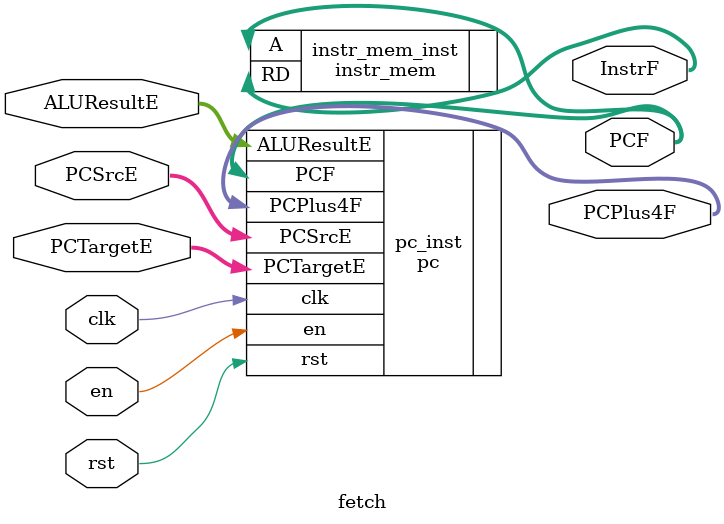
<source format=sv>
module fetch(

    input logic        clk,
    input logic        rst,
    input logic        en,
    input logic [1:0]  PCSrcE,
    input logic [31:0] PCTargetE,
    input logic [31:0] ALUResultE,


    output logic [31:0] InstrF,
    output logic [31:0] PCF,
    output logic [31:0] PCPlus4F

);

    pc pc_inst(
        .clk(clk),
        .rst(rst),
        .en(en),
        .PCSrcE(PCSrcE),
        .ALUResultE(ALUResultE),
        .PCTargetE(PCTargetE),
        .PCPlus4F(PCPlus4F),
        .PCF(PCF)

    );


    instr_mem instr_mem_inst(
        .A(PCF),
        .RD(InstrF)
    );


endmodule

</source>
